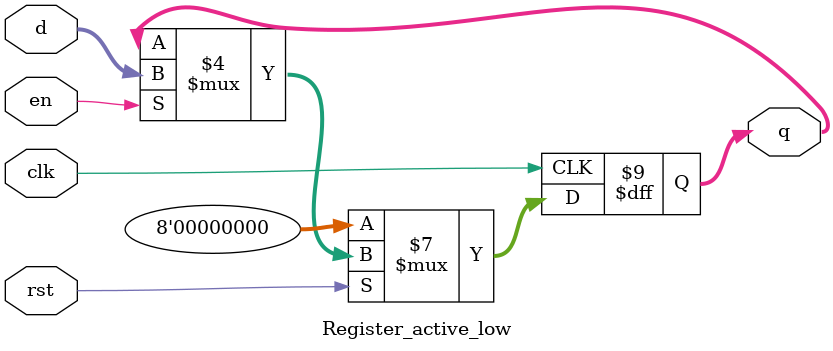
<source format=v>
module Register_active_low #(parameter WIDTH = 8)(
  input clk, rst, en,
  input [WIDTH-1:0] d,
  output reg [WIDTH-1:0] q
);
  
  always @(posedge clk) begin
    if (!rst) // active low reset
      q <= {WIDTH{1'b0}};
    else if (en)
      q <= d;
    else 
      q <= q;
  end
  
endmodule

</source>
